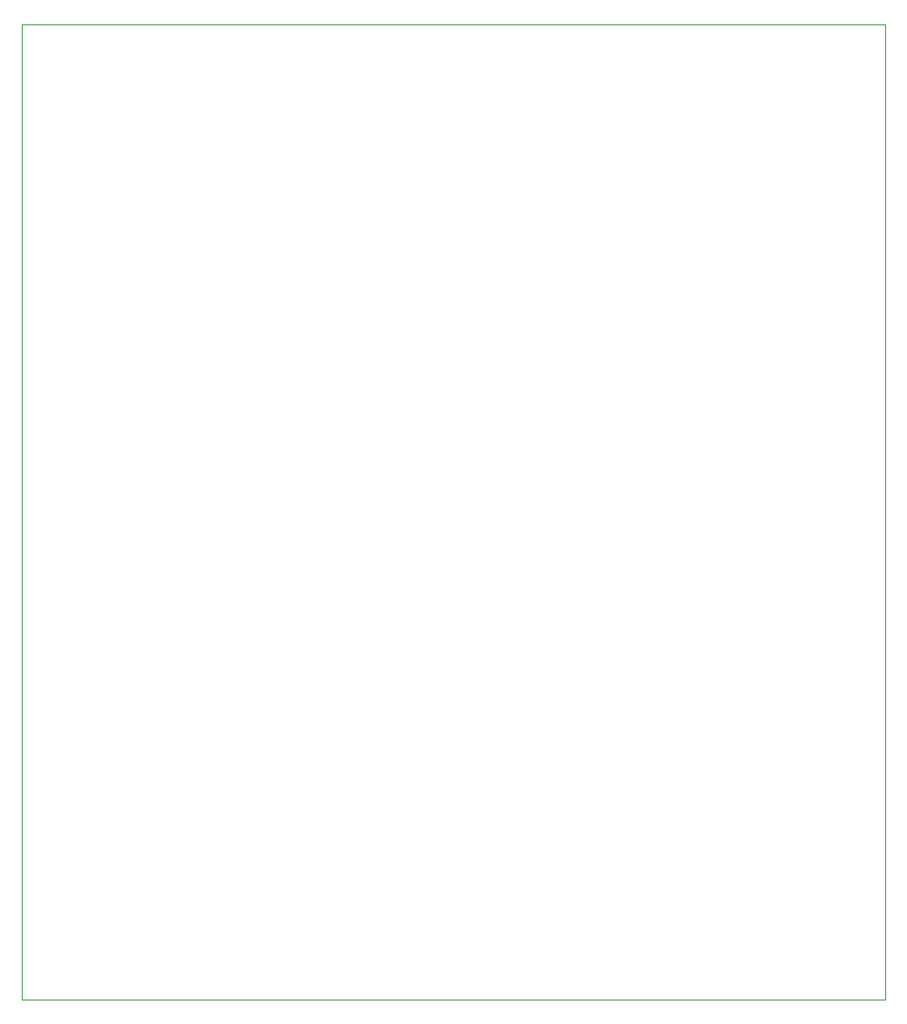
<source format=gm1>
G04 #@! TF.GenerationSoftware,KiCad,Pcbnew,8.0.8*
G04 #@! TF.CreationDate,2025-02-26T00:31:11-08:00*
G04 #@! TF.ProjectId,AtInverter_v1,4174496e-7665-4727-9465-725f76312e6b,v1*
G04 #@! TF.SameCoordinates,Original*
G04 #@! TF.FileFunction,Profile,NP*
%FSLAX46Y46*%
G04 Gerber Fmt 4.6, Leading zero omitted, Abs format (unit mm)*
G04 Created by KiCad (PCBNEW 8.0.8) date 2025-02-26 00:31:11*
%MOMM*%
%LPD*%
G01*
G04 APERTURE LIST*
G04 #@! TA.AperFunction,Profile*
%ADD10C,0.038100*%
G04 #@! TD*
G04 APERTURE END LIST*
D10*
X63500000Y-41910000D02*
X147320000Y-41910000D01*
X147320000Y-136525000D01*
X63500000Y-136525000D01*
X63500000Y-41910000D01*
M02*

</source>
